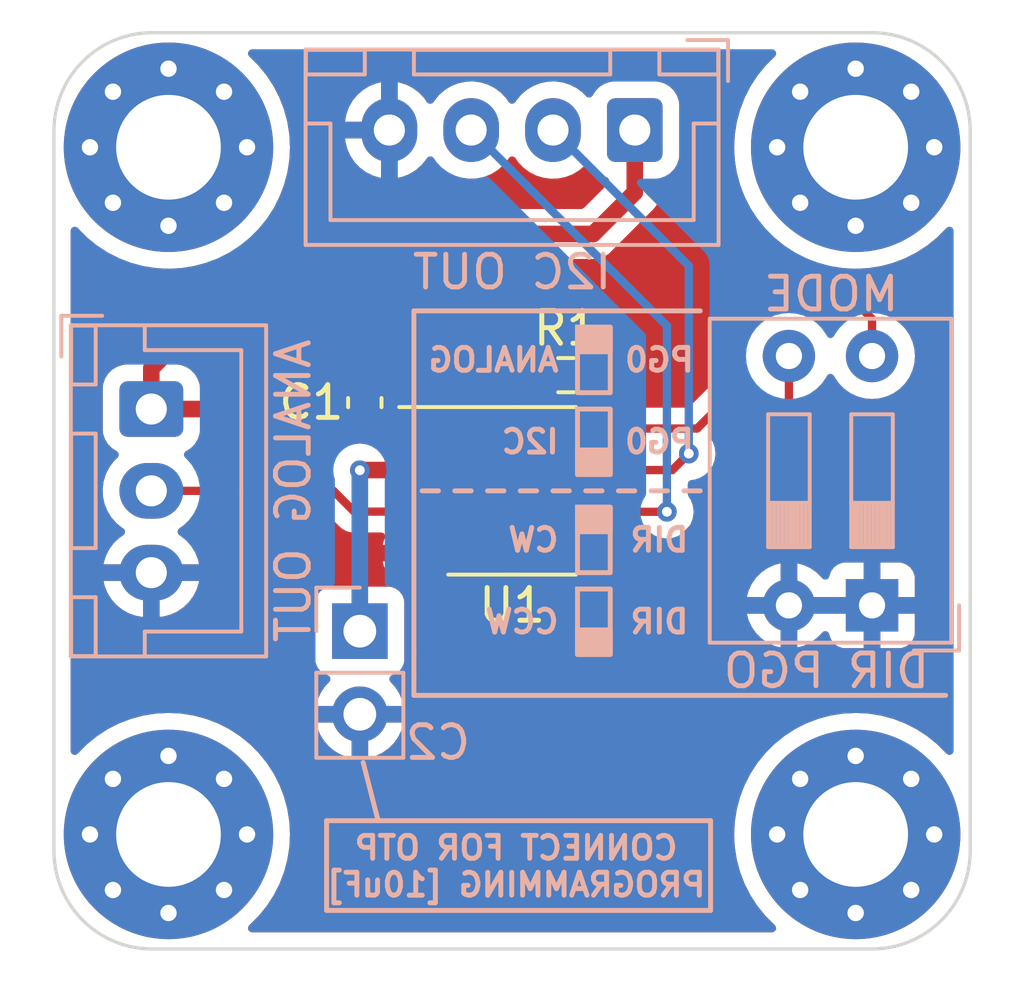
<source format=kicad_pcb>
(kicad_pcb (version 20211014) (generator pcbnew)
  (title_block (title "Scheda encoder AS5600") (date "2023-03-29") (rev "1.0") (comment 1 "Filippo Castellan"))
  (layers (0 "F.Cu" signal) (31 "B.Cu" signal) (34 "B.Paste" user) (35 "F.Paste" user) (36 "B.SilkS" user "B.Silkscreen") (37 "F.SilkS" user "F.Silkscreen") (38 "B.Mask" user) (39 "F.Mask" user) (44 "Edge.Cuts" user))
  (net 0 "")
  (net 1 "+3V3")
  (net 2 "GND")
  (net 3 "/OUT")
  (net 4 "/SCL")
  (net 5 "/SDA")
  (net 6 "/DIR")
  (net 7 "/PGO")
  (footprint "MountingHole:MountingHole_3.2mm_M3_Pad_Via" (layer "F.Cu") (at 134.5 83.5)
    (fp_text reference "H3" hide)
    (fp_text value "MountingHole")
    (pad "1" thru_hole circle (at 0 -2.4) (size 0.8 0.8) (drill 0.5) (layers *.Cu *.Mask))
    (pad "1" thru_hole circle (at -2.4 0) (size 0.8 0.8) (drill 0.5) (layers *.Cu *.Mask))
    (pad "1" thru_hole circle (at 1.697056 -1.697056) (size 0.8 0.8) (drill 0.5) (layers *.Cu *.Mask))
    (pad "1" thru_hole circle (at -1.697056 1.697056) (size 0.8 0.8) (drill 0.5) (layers *.Cu *.Mask))
    (pad "1" thru_hole circle (at 1.697056 1.697056) (size 0.8 0.8) (drill 0.5) (layers *.Cu *.Mask))
    (pad "1" thru_hole circle (at -1.697056 -1.697056) (size 0.8 0.8) (drill 0.5) (layers *.Cu *.Mask))
    (pad "1" thru_hole circle (at 0 2.4) (size 0.8 0.8) (drill 0.5) (layers *.Cu *.Mask))
    (pad "1" thru_hole circle (at 0 0) (size 6.4 6.4) (drill 3.2) (layers *.Cu *.Mask))
    (pad "1" thru_hole circle (at 2.4 0) (size 0.8 0.8) (drill 0.5) (layers *.Cu *.Mask))
  )
  (footprint "MountingHole:MountingHole_3.2mm_M3_Pad_Via" (layer "F.Cu") (at 134.5 104.5)
    (fp_text reference "H4" hide)
    (fp_text value "MountingHole")
    (pad "1" thru_hole circle (at 2.4 0) (size 0.8 0.8) (drill 0.5) (layers *.Cu *.Mask))
    (pad "1" thru_hole circle (at 1.697056 1.697056) (size 0.8 0.8) (drill 0.5) (layers *.Cu *.Mask))
    (pad "1" thru_hole circle (at 0 -2.4) (size 0.8 0.8) (drill 0.5) (layers *.Cu *.Mask))
    (pad "1" thru_hole circle (at -1.697056 -1.697056) (size 0.8 0.8) (drill 0.5) (layers *.Cu *.Mask))
    (pad "1" thru_hole circle (at 0 2.4) (size 0.8 0.8) (drill 0.5) (layers *.Cu *.Mask))
    (pad "1" thru_hole circle (at 0 0) (size 6.4 6.4) (drill 3.2) (layers *.Cu *.Mask))
    (pad "1" thru_hole circle (at -2.4 0) (size 0.8 0.8) (drill 0.5) (layers *.Cu *.Mask))
    (pad "1" thru_hole circle (at 1.697056 -1.697056) (size 0.8 0.8) (drill 0.5) (layers *.Cu *.Mask))
    (pad "1" thru_hole circle (at -1.697056 1.697056) (size 0.8 0.8) (drill 0.5) (layers *.Cu *.Mask))
  )
  (footprint "MountingHole:MountingHole_3.2mm_M3_Pad_Via" (layer "F.Cu") (at 113.5 83.5)
    (fp_text reference "H2" hide)
    (fp_text value "MountingHole")
    (pad "1" thru_hole circle (at -2.4 0) (size 0.8 0.8) (drill 0.5) (layers *.Cu *.Mask))
    (pad "1" thru_hole circle (at 0 0) (size 6.4 6.4) (drill 3.2) (layers *.Cu *.Mask))
    (pad "1" thru_hole circle (at 0 2.4) (size 0.8 0.8) (drill 0.5) (layers *.Cu *.Mask))
    (pad "1" thru_hole circle (at 0 -2.4) (size 0.8 0.8) (drill 0.5) (layers *.Cu *.Mask))
    (pad "1" thru_hole circle (at 1.697056 -1.697056) (size 0.8 0.8) (drill 0.5) (layers *.Cu *.Mask))
    (pad "1" thru_hole circle (at 1.697056 1.697056) (size 0.8 0.8) (drill 0.5) (layers *.Cu *.Mask))
    (pad "1" thru_hole circle (at 2.4 0) (size 0.8 0.8) (drill 0.5) (layers *.Cu *.Mask))
    (pad "1" thru_hole circle (at -1.697056 -1.697056) (size 0.8 0.8) (drill 0.5) (layers *.Cu *.Mask))
    (pad "1" thru_hole circle (at -1.697056 1.697056) (size 0.8 0.8) (drill 0.5) (layers *.Cu *.Mask))
  )
  (footprint "Capacitor_SMD:C_0603_1608Metric" (layer "F.Cu") (at 119.5 91.303 90)
    (fp_text reference "C1" (at 0.003 -1.633 180) (layer "F.SilkS"))
    (fp_text value "100n")
    (fp_line (start -0.14058 0.51) (end 0.14058 0.51) (layer "F.SilkS") (width 0.12))
    (fp_line (start -0.14058 -0.51) (end 0.14058 -0.51) (layer "F.SilkS") (width 0.12))
    (pad "1" smd roundrect (at -0.775 0 90) (size 0.9 0.95) (layers "F.Cu" "F.Paste" "F.Mask") (net 1 "+3V3"))
    (pad "2" smd roundrect (at 0.775 0 90) (size 0.9 0.95) (layers "F.Cu" "F.Paste" "F.Mask") (net 2 "GND"))
  )
  (footprint "Package_SO:SOIC-8_3.9x4.9mm_P1.27mm" (layer "F.Cu") (at 124 94)
    (fp_text reference "U1" (at 0 3.5) (layer "F.SilkS"))
    (fp_text value "magnetic_encoder_AS5600")
    (fp_line (start 0 2.56) (end -1.95 2.56) (layer "F.SilkS") (width 0.12))
    (fp_line (start 0 -2.56) (end -3.45 -2.56) (layer "F.SilkS") (width 0.12))
    (fp_line (start 0 -2.56) (end 1.95 -2.56) (layer "F.SilkS") (width 0.12))
    (fp_line (start 0 2.56) (end 1.95 2.56) (layer "F.SilkS") (width 0.12))
    (pad "1" smd roundrect (at -2.475 -1.905) (size 1.95 0.6) (layers "F.Cu" "F.Paste" "F.Mask") (net 1 "+3V3"))
    (pad "2" smd roundrect (at -2.475 -0.635) (size 1.95 0.6) (layers "F.Cu" "F.Paste" "F.Mask") (net 1 "+3V3"))
    (pad "3" smd roundrect (at -2.475 0.635) (size 1.95 0.6) (layers "F.Cu" "F.Paste" "F.Mask") (net 3 "/OUT"))
    (pad "4" smd roundrect (at -2.475 1.905) (size 1.95 0.6) (layers "F.Cu" "F.Paste" "F.Mask") (net 2 "GND"))
    (pad "5" smd roundrect (at 2.475 1.905) (size 1.95 0.6) (layers "F.Cu" "F.Paste" "F.Mask") (net 7 "/PGO"))
    (pad "6" smd roundrect (at 2.475 0.635) (size 1.95 0.6) (layers "F.Cu" "F.Paste" "F.Mask") (net 5 "/SDA"))
    (pad "7" smd roundrect (at 2.475 -0.635) (size 1.95 0.6) (layers "F.Cu" "F.Paste" "F.Mask") (net 4 "/SCL"))
    (pad "8" smd roundrect (at 2.475 -1.905) (size 1.95 0.6) (layers "F.Cu" "F.Paste" "F.Mask") (net 6 "/DIR"))
  )
  (footprint "Resistor_SMD:R_0603_1608Metric" (layer "F.Cu") (at 125.6464 90.4648)
    (fp_text reference "R1" (at 0 -1.43) (layer "F.SilkS"))
    (fp_text value "10k")
    (fp_line (start -0.237258 0.5225) (end 0.237258 0.5225) (layer "F.SilkS") (width 0.12))
    (fp_line (start -0.237258 -0.5225) (end 0.237258 -0.5225) (layer "F.SilkS") (width 0.12))
    (pad "1" smd roundrect (at -0.825 0) (size 0.8 0.95) (layers "F.Cu" "F.Paste" "F.Mask") (net 1 "+3V3"))
    (pad "2" smd roundrect (at 0.825 0) (size 0.8 0.95) (layers "F.Cu" "F.Paste" "F.Mask") (net 6 "/DIR"))
  )
  (footprint "MountingHole:MountingHole_3.2mm_M3_Pad_Via" (layer "F.Cu") (at 113.5 104.5)
    (fp_text reference "H1" hide)
    (fp_text value "MountingHole")
    (pad "1" thru_hole circle (at 0 2.4) (size 0.8 0.8) (drill 0.5) (layers *.Cu *.Mask))
    (pad "1" thru_hole circle (at -1.697056 1.697056) (size 0.8 0.8) (drill 0.5) (layers *.Cu *.Mask))
    (pad "1" thru_hole circle (at 2.4 0) (size 0.8 0.8) (drill 0.5) (layers *.Cu *.Mask))
    (pad "1" thru_hole circle (at 1.697056 1.697056) (size 0.8 0.8) (drill 0.5) (layers *.Cu *.Mask))
    (pad "1" thru_hole circle (at 0 -2.4) (size 0.8 0.8) (drill 0.5) (layers *.Cu *.Mask))
    (pad "1" thru_hole circle (at 0 0) (size 6.4 6.4) (drill 3.2) (layers *.Cu *.Mask))
    (pad "1" thru_hole circle (at -2.4 0) (size 0.8 0.8) (drill 0.5) (layers *.Cu *.Mask))
    (pad "1" thru_hole circle (at -1.697056 -1.697056) (size 0.8 0.8) (drill 0.5) (layers *.Cu *.Mask))
    (pad "1" thru_hole circle (at 1.697056 -1.697056) (size 0.8 0.8) (drill 0.5) (layers *.Cu *.Mask))
  )
  (footprint "Connector_JST:JST_XH_B4B-XH-A_1x04_P2.50mm_Vertical" (layer "B.Cu") (at 127.75 82.975 180)
    (fp_text reference "J2" hide)
    (fp_text value "I2C OUT")
    (fp_line (start 10.06 2.46) (end -2.56 2.46) (layer "B.SilkS") (width 0.12))
    (fp_line (start -2.85 2.75) (end -2.85 1.5) (layer "B.SilkS") (width 0.12))
    (fp_line (start 10.05 2.45) (end 8.25 2.45) (layer "B.SilkS") (width 0.12))
    (fp_line (start 0.75 1.7) (end 6.75 1.7) (layer "B.SilkS") (width 0.12))
    (fp_line (start 6.75 2.45) (end 0.75 2.45) (layer "B.SilkS") (width 0.12))
    (fp_line (start 10.05 0.2) (end 9.3 0.2) (layer "B.SilkS") (width 0.12))
    (fp_line (start 6.75 1.7) (end 6.75 2.45) (layer "B.SilkS") (width 0.12))
    (fp_line (start -2.56 -3.51) (end 10.06 -3.51) (layer "B.SilkS") (width 0.12))
    (fp_line (start -2.55 0.2) (end -1.8 0.2) (layer "B.SilkS") (width 0.12))
    (fp_line (start -2.55 2.45) (end -2.55 1.7) (layer "B.SilkS") (width 0.12))
    (fp_line (start 10.06 -3.51) (end 10.06 2.46) (layer "B.SilkS") (width 0.12))
    (fp_line (start 9.3 -2.75) (end 3.75 -2.75) (layer "B.SilkS") (width 0.12))
    (fp_line (start -1.8 0.2) (end -1.8 -2.75) (layer "B.SilkS") (width 0.12))
    (fp_line (start -0.75 1.7) (end -0.75 2.45) (layer "B.SilkS") (width 0.12))
    (fp_line (start -0.75 2.45) (end -2.55 2.45) (layer "B.SilkS") (width 0.12))
    (fp_line (start 8.25 2.45) (end 8.25 1.7) (layer "B.SilkS") (width 0.12))
    (fp_line (start -1.6 2.75) (end -2.85 2.75) (layer "B.SilkS") (width 0.12))
    (fp_line (start 9.3 0.2) (end 9.3 -2.75) (layer "B.SilkS") (width 0.12))
    (fp_line (start 8.25 1.7) (end 10.05 1.7) (layer "B.SilkS") (width 0.12))
    (fp_line (start 0.75 2.45) (end 0.75 1.7) (layer "B.SilkS") (width 0.12))
    (fp_line (start -1.8 -2.75) (end 3.75 -2.75) (layer "B.SilkS") (width 0.12))
    (fp_line (start -2.55 1.7) (end -0.75 1.7) (layer "B.SilkS") (width 0.12))
    (fp_line (start -2.56 2.46) (end -2.56 -3.51) (layer "B.SilkS") (width 0.12))
    (fp_line (start 10.05 1.7) (end 10.05 2.45) (layer "B.SilkS") (width 0.12))
    (pad "1" thru_hole roundrect (at 0 0 180) (size 1.7 1.95) (drill 0.95) (layers *.Cu *.Mask) (roundrect_rratio 0.1470588235) (net 1 "+3V3"))
    (pad "2" thru_hole oval (at 2.5 0 180) (size 1.7 1.95) (drill 0.95) (layers *.Cu *.Mask) (net 4 "/SCL"))
    (pad "3" thru_hole oval (at 5 0 180) (size 1.7 1.95) (drill 0.95) (layers *.Cu *.Mask) (net 5 "/SDA"))
    (pad "4" thru_hole oval (at 7.5 0 180) (size 1.7 1.95) (drill 0.95) (layers *.Cu *.Mask) (net 2 "GND"))
  )
  (footprint "Connector_PinSocket_2.54mm:PinSocket_1x02_P2.54mm_Vertical" (layer "B.Cu") (at 119.3472 98.288 180)
    (fp_text reference "C2" (at -2.3876 -3.4036) (layer "B.SilkS") (effects (justify mirror)))
    (fp_text value "10u")
    (fp_line (start -1.33 -1.27) (end -1.33 -3.87) (layer "B.SilkS") (width 0.12))
    (fp_line (start -1.33 -3.87) (end 1.33 -3.87) (layer "B.SilkS") (width 0.12))
    (fp_line (start 1.33 1.33) (end 1.33 0) (layer "B.SilkS") (width 0.12))
    (fp_line (start -1.33 -1.27) (end 1.33 -1.27) (layer "B.SilkS") (width 0.12))
    (fp_line (start 0 1.33) (end 1.33 1.33) (layer "B.SilkS") (width 0.12))
    (fp_line (start 1.33 -1.27) (end 1.33 -3.87) (layer "B.SilkS") (width 0.12))
    (pad "1" thru_hole rect (at 0 0 180) (size 1.7 1.7) (drill 1) (layers *.Cu *.Mask) (net 1 "+3V3"))
    (pad "2" thru_hole oval (at 0 -2.54 180) (size 1.7 1.7) (drill 1) (layers *.Cu *.Mask) (net 2 "GND"))
  )
  (footprint "Connector_JST:JST_XH_B3B-XH-A_1x03_P2.50mm_Vertical" (layer "B.Cu") (at 112.975 91.5 -90)
    (fp_text reference "J1" hide)
    (fp_text value "Analog OUT")
    (fp_line (start 6.8 0.2) (end 6.8 -2.75) (layer "B.SilkS") (width 0.12))
    (fp_line (start 7.56 -3.51) (end 7.56 2.46) (layer "B.SilkS") (width 0.12))
    (fp_line (start 7.55 0.2) (end 6.8 0.2) (layer "B.SilkS") (width 0.12))
    (fp_line (start -1.8 0.2) (end -1.8 -2.75) (layer "B.SilkS") (width 0.12))
    (fp_line (start -2.56 2.46) (end -2.56 -3.51) (layer "B.SilkS") (width 0.12))
    (fp_line (start 7.56 2.46) (end -2.56 2.46) (layer "B.SilkS") (width 0.12))
    (fp_line (start -2.55 0.2) (end -1.8 0.2) (layer "B.SilkS") (width 0.12))
    (fp_line (start 7.55 1.7) (end 7.55 2.45) (layer "B.SilkS") (width 0.12))
    (fp_line (start 0.75 1.7) (end 4.25 1.7) (layer "B.SilkS") (width 0.12))
    (fp_line (start -0.75 1.7) (end -0.75 2.45) (layer "B.SilkS") (width 0.12))
    (fp_line (start -2.55 2.45) (end -2.55 1.7) (layer "B.SilkS") (width 0.12))
    (fp_line (start -0.75 2.45) (end -2.55 2.45) (layer "B.SilkS") (width 0.12))
    (fp_line (start -2.85 2.75) (end -2.85 1.5) (layer "B.SilkS") (width 0.12))
    (fp_line (start -1.8 -2.75) (end 2.5 -2.75) (layer "B.SilkS") (width 0.12))
    (fp_line (start 4.25 1.7) (end 4.25 2.45) (layer "B.SilkS") (width 0.12))
    (fp_line (start 7.55 2.45) (end 5.75 2.45) (layer "B.SilkS") (width 0.12))
    (fp_line (start 6.8 -2.75) (end 2.5 -2.75) (layer "B.SilkS") (width 0.12))
    (fp_line (start -1.6 2.75) (end -2.85 2.75) (layer "B.SilkS") (width 0.12))
    (fp_line (start 0.75 2.45) (end 0.75 1.7) (layer "B.SilkS") (width 0.12))
    (fp_line (start 5.75 2.45) (end 5.75 1.7) (layer "B.SilkS") (width 0.12))
    (fp_line (start -2.55 1.7) (end -0.75 1.7) (layer "B.SilkS") (width 0.12))
    (fp_line (start -2.56 -3.51) (end 7.56 -3.51) (layer "B.SilkS") (width 0.12))
    (fp_line (start 5.75 1.7) (end 7.55 1.7) (layer "B.SilkS") (width 0.12))
    (fp_line (start 4.25 2.45) (end 0.75 2.45) (layer "B.SilkS") (width 0.12))
    (pad "1" thru_hole roundrect (at 0 0 270) (size 1.7 1.95) (drill 0.95) (layers *.Cu *.Mask) (roundrect_rratio 0.1470588235) (net 1 "+3V3"))
    (pad "2" thru_hole oval (at 2.5 0 270) (size 1.7 1.95) (drill 0.95) (layers *.Cu *.Mask) (net 3 "/OUT"))
    (pad "3" thru_hole oval (at 5 0 270) (size 1.7 1.95) (drill 0.95) (layers *.Cu *.Mask) (net 2 "GND"))
  )
  (footprint "Button_Switch_THT:SW_DIP_SPSTx02_Slide_9.78x7.26mm_W7.62mm_P2.54mm" (layer "B.Cu") (at 135 97.5 90)
    (fp_text reference "SW1" hide)
    (fp_text value "mode sel")
    (fp_line (start 5.84 -0.635) (end 5.84 0.635) (layer "B.SilkS") (width 0.12))
    (fp_line (start 1.78 -0.565) (end 3.133333 -0.565) (layer "B.SilkS") (width 0.12))
    (fp_line (start 1.78 -2.385) (end 3.133333 -2.385) (layer "B.SilkS") (width 0.12))
    (fp_line (start 1.78 0.155) (end 3.133333 0.155) (layer "B.SilkS") (width 0.12))
    (fp_line (start 1.78 -2.985) (end 3.133333 -2.985) (layer "B.SilkS") (width 0.12))
    (fp_line (start 5.84 -3.175) (end 5.84 -1.905) (layer "B.SilkS") (width 0.12))
    (fp_line (start 1.78 -2.625) (end 3.133333 -2.625) (layer "B.SilkS") (width 0.12))
    (fp_line (start 5.84 -1.905) (end 1.78 -1.905) (layer "B.SilkS") (width 0.12))
    (fp_line (start 1.78 -1.905) (end 1.78 -3.175) (layer "B.SilkS") (width 0.12))
    (fp_line (start -1.14 -4.96) (end 8.76 -4.96) (layer "B.SilkS") (width 0.12))
    (fp_line (start 1.78 -2.145) (end 3.133333 -2.145) (layer "B.SilkS") (width 0.12))
    (fp_line (start -1.14 2.42) (end -1.14 -4.96) (layer "B.SilkS") (width 0.12))
    (fp_line (start 1.78 -2.745) (end 3.133333 -2.745) (layer "B.SilkS") (width 0.12))
    (fp_line (start 1.78 -0.085) (end 3.133333 -0.085) (layer "B.SilkS") (width 0.12))
    (fp_line (start 1.78 -0.325) (end 3.133333 -0.325) (layer "B.SilkS") (width 0.12))
    (fp_line (start 1.78 -2.265) (end 3.133333 -2.265) (layer "B.SilkS") (width 0.12))
    (fp_line (start 1.78 -2.025) (end 3.133333 -2.025) (layer "B.SilkS") (width 0.12))
    (fp_line (start 1.78 -0.445) (end 3.133333 -0.445) (layer "B.SilkS") (width 0.12))
    (fp_line (start 1.78 0.275) (end 3.133333 0.275) (layer "B.SilkS") (width 0.12))
    (fp_line (start 1.78 -2.865) (end 3.133333 -2.865) (layer "B.SilkS") (width 0.12))
    (fp_line (start 1.78 -2.505) (end 3.133333 -2.505) (layer "B.SilkS") (width 0.12))
    (fp_line (start 1.78 0.635) (end 1.78 -0.635) (layer "B.SilkS") (width 0.12))
    (fp_line (start 1.78 0.515) (end 3.133333 0.515) (layer "B.SilkS") (width 0.12))
    (fp_line (start -1.38 2.66) (end -1.38 1.277) (layer "B.SilkS") (width 0.12))
    (fp_line (start 1.78 -3.175) (end 5.84 -3.175) (layer "B.SilkS") (width 0.12))
    (fp_line (start -1.14 2.42) (end 8.76 2.42) (layer "B.SilkS") (width 0.12))
    (fp_line (start 3.133333 0.635) (end 3.133333 -0.635) (layer "B.SilkS") (width 0.12))
    (fp_line (start 1.78 0.395) (end 3.133333 0.395) (layer "B.SilkS") (width 0.12))
    (fp_line (start 1.78 -3.105) (end 3.133333 -3.105) (layer "B.SilkS") (width 0.12))
    (fp_line (start -1.38 2.66) (end 0.004 2.66) (layer "B.SilkS") (width 0.12))
    (fp_line (start 1.78 -0.635) (end 5.84 -0.635) (layer "B.SilkS") (width 0.12))
    (fp_line (start 1.78 -0.205) (end 3.133333 -0.205) (layer "B.SilkS") (width 0.12))
    (fp_line (start 1.78 0.035) (end 3.133333 0.035) (layer "B.SilkS") (width 0.12))
    (fp_line (start 3.133333 -1.905) (end 3.133333 -3.175) (layer "B.SilkS") (width 0.12))
    (fp_line (start 8.76 2.42) (end 8.76 -4.96) (layer "B.SilkS") (width 0.12))
    (fp_line (start 5.84 0.635) (end 1.78 0.635) (layer "B.SilkS") (width 0.12))
    (pad "1" thru_hole rect (at 0 0 90) (size 1.6 1.6) (drill 0.8) (layers *.Cu *.Mask) (net 2 "GND"))
    (pad "2" thru_hole oval (at 0 -2.54 90) (size 1.6 1.6) (drill 0.8) (layers *.Cu *.Mask) (net 2 "GND"))
    (pad "3" thru_hole oval (at 7.62 -2.54 90) (size 1.6 1.6) (drill 0.8) (layers *.Cu *.Mask) (net 7 "/PGO"))
    (pad "4" thru_hole oval (at 7.62 0 90) (size 1.6 1.6) (drill 0.8) (layers *.Cu *.Mask) (net 6 "/DIR"))
  )
  (gr_rect (start 127 97) (end 126 99) (layer "B.SilkS") (width 0.15) (fill none))
  (gr_line (start 129.25 94) (end 129.75 94) (layer "B.SilkS") (width 0.15))
  (gr_rect (start 126 92.75) (end 127 93.5) (layer "B.SilkS") (width 0.15) (fill solid))
  (gr_line (start 121 99) (end 121 99.75) (layer "B.SilkS") (width 0.15))
  (gr_line (start 123.25 94) (end 123.75 94) (layer "B.SilkS") (width 0.15))
  (gr_line (start 121 88.5) (end 121 99) (layer "B.SilkS") (width 0.15))
  (gr_line (start 130.066 106.8224) (end 118.3312 106.8224) (layer "B.SilkS") (width 0.15))
  (gr_rect (start 127 94.5) (end 126 96.5) (layer "B.SilkS") (width 0.15) (fill none))
  (gr_line (start 119.4488 102.3012) (end 119.906 104.0792) (layer "B.SilkS") (width 0.15))
  (gr_line (start 118.3312 104.0792) (end 130.066 104.0792) (layer "B.SilkS") (width 0.15))
  (gr_line (start 129.75 88.5) (end 121 88.5) (layer "B.SilkS") (width 0.15))
  (gr_line (start 118.3312 106.8224) (end 118.3312 104.0792) (layer "B.SilkS") (width 0.15))
  (gr_line (start 121 100.25) (end 137.25 100.25) (layer "B.SilkS") (width 0.15))
  (gr_rect (start 126 98.25) (end 127 99) (layer "B.SilkS") (width 0.15) (fill solid))
  (gr_rect (start 126 94.5) (end 127 95.25) (layer "B.SilkS") (width 0.15) (fill solid))
  (gr_line (start 127.25 94) (end 127.75 94) (layer "B.SilkS") (width 0.15))
  (gr_line (start 130.066 104.0792) (end 130.066 106.8224) (layer "B.SilkS") (width 0.15))
  (gr_line (start 125.25 94) (end 125.75 94) (layer "B.SilkS") (width 0.15))
  (gr_line (start 121 99.75) (end 121 100.25) (layer "B.SilkS") (width 0.15))
  (gr_rect (start 127 91.5) (end 126 93.5) (layer "B.SilkS") (width 0.15) (fill none))
  (gr_line (start 122.25 94) (end 122.75 94) (layer "B.SilkS") (width 0.15))
  (gr_line (start 124.25 94) (end 124.75 94) (layer "B.SilkS") (width 0.15))
  (gr_line (start 121.25 94) (end 121.75 94) (layer "B.SilkS") (width 0.15))
  (gr_rect (start 126 89) (end 127 89.75) (layer "B.SilkS") (width 0.15) (fill solid))
  (gr_line (start 126.25 94) (end 126.75 94) (layer "B.SilkS") (width 0.15))
  (gr_line (start 128.25 94) (end 128.75 94) (layer "B.SilkS") (width 0.15))
  (gr_rect (start 127 89) (end 126 91) (layer "B.SilkS") (width 0.15) (fill none))
  (gr_arc (start 113 108) (mid 110.87868 107.12132) (end 110 105) (layer "Edge.Cuts") (width 0.1))
  (gr_arc (start 138 105) (mid 137.12132 107.12132) (end 135 108) (layer "Edge.Cuts") (width 0.1))
  (gr_arc (start 110 83) (mid 110.87868 80.87868) (end 113 80) (layer "Edge.Cuts") (width 0.1))
  (gr_line (start 135 80) (end 113 80) (layer "Edge.Cuts") (width 0.1))
  (gr_arc (start 135 80) (mid 137.12132 80.87868) (end 138 83) (layer "Edge.Cuts") (width 0.1))
  (gr_line (start 138 105) (end 138 83) (layer "Edge.Cuts") (width 0.1))
  (gr_line (start 110 83) (end 110 105) (layer "Edge.Cuts") (width 0.1))
  (gr_line (start 113 108) (end 135 108) (layer "Edge.Cuts") (width 0.1))
  (gr_text "CONNECT FOR OTP\nPROGRAMMING [10uF]" (at 124.1224 105.4762) (layer "B.SilkS") (effects (font (size 0.7 0.7)) (justify mirror)))
  (gr_text "MODE" (at 133.753309 87.986546) (layer "B.SilkS") (effects (font (size 1 1)) (justify mirror)))
  (gr_text "ANALOG" (at 125.5 90) (layer "B.SilkS") (effects (font (size 0.7 0.7)) (justify left mirror)))
  (gr_text "CCW" (at 125.5 98) (layer "B.SilkS") (effects (font (size 0.7 0.7)) (justify left mirror)))
  (gr_text "ANALOG OUT" (at 117.3152 94 90) (layer "B.SilkS") (effects (font (size 1 1)) (justify mirror)))
  (gr_text "PG0" (at 128.5 92.5) (layer "B.SilkS") (effects (font (size 0.7 0.7)) (justify mirror)))
  (gr_text "PGO" (at 132 99.5) (layer "B.SilkS") (effects (font (size 1 1)) (justify mirror)))
  (gr_text "I2C" (at 125.5 92.5) (layer "B.SilkS") (effects (font (size 0.7 0.7)) (justify left mirror)))
  (gr_text "DIR" (at 128.5 98) (layer "B.SilkS") (effects (font (size 0.7 0.7)) (justify mirror)))
  (gr_text "I2C OUT" (at 124 87.3152) (layer "B.SilkS") (effects (font (size 1 1)) (justify mirror)))
  (gr_text "CW" (at 125.5 95.5) (layer "B.SilkS") (effects (font (size 0.7 0.7)) (justify left mirror)))
  (gr_text "DIR" (at 128.5 95.5) (layer "B.SilkS") (effects (font (size 0.7 0.7)) (justify mirror)))
  (gr_text "PG0" (at 128.5 90) (layer "B.SilkS") (effects (font (size 0.7 0.7)) (justify mirror)))
  (gr_text "DIR" (at 135.5 99.5) (layer "B.SilkS") (effects (font (size 1 1)) (justify mirror)))
  (segment (start 112.975 90.257) (end 112.975 91.5) (width 0.508) (layer "F.Cu") (net 1))
  (segment (start 112.975 91.5) (end 118.198 91.5) (width 0.508) (layer "F.Cu") (net 1))
  (segment (start 121.525 92.095) (end 119.517 92.095) (width 0.508) (layer "F.Cu") (net 1))
  (segment (start 118.776 92.078) (end 119.5 92.078) (width 0.508) (layer "F.Cu") (net 1))
  (segment (start 122.6492 90.4648) (end 121.525 91.589) (width 0.508) (layer "F.Cu") (net 1))
  (segment (start 127.75 82.975) (end 127.75 84.88) (width 0.508) (layer "F.Cu") (net 1))
  (segment (start 115.75 87.5) (end 115.741 87.491) (width 0.508) (layer "F.Cu") (net 1))
  (segment (start 127.75 82.975) (end 127.78 83.005) (width 0.508) (layer "F.Cu") (net 1))
  (segment (start 127.75 84.88) (end 126.48 86.15) (width 0.508) (layer "F.Cu") (net 1))
  (segment (start 121.525 91.589) (end 121.525 92.095) (width 0.508) (layer "F.Cu") (net 1))
  (segment (start 121.525 93.365) (end 121.525 92.095) (width 0.508) (layer "F.Cu") (net 1))
  (segment (start 118.198 91.5) (end 118.776 92.078) (width 0.508) (layer "F.Cu") (net 1))
  (segment (start 119.3472 93.37) (end 119.3522 93.365) (width 0.508) (layer "F.Cu") (net 1))
  (segment (start 117.082 86.15) (end 115.741 87.491) (width 0.508) (layer "F.Cu") (net 1))
  (segment (start 119.3522 93.365) (end 121.525 93.365) (width 0.508) (layer "F.Cu") (net 1))
  (segment (start 124.8214 90.4648) (end 122.6492 90.4648) (width 0.508) (layer "F.Cu") (net 1))
  (segment (start 119.517 92.095) (end 119.5 92.078) (width 0.508) (layer "F.Cu") (net 1))
  (segment (start 115.741 87.491) (end 112.975 90.257) (width 0.508) (layer "F.Cu") (net 1))
  (segment (start 126.48 86.15) (end 117.082 86.15) (width 0.508) (layer "F.Cu") (net 1))
  (via (at 119.3472 93.37) (size 0.6) (drill 0.3) (layers "F.Cu" "B.Cu") (net 1))
  (segment (start 119.3472 93.37) (end 119.3472 98.288) (width 0.508) (layer "B.Cu") (net 1))
  (segment (start 121.525 94.635) (end 119.174 94.635) (width 0.254) (layer "F.Cu") (net 3))
  (segment (start 118.539 94) (end 112.975 94) (width 0.254) (layer "F.Cu") (net 3))
  (segment (start 119.174 94.635) (end 118.539 94) (width 0.254) (layer "F.Cu") (net 3))
  (segment (start 129.4 92.862) (end 128.897 93.365) (width 0.254) (layer "F.Cu") (net 4))
  (segment (start 127.01 93.4) (end 126.975 93.365) (width 0.254) (layer "F.Cu") (net 4))
  (segment (start 128.897 93.365) (end 126.475 93.365) (width 0.254) (layer "F.Cu") (net 4))
  (segment (start 126.975 93.365) (end 126.475 93.365) (width 0.254) (layer "F.Cu") (net 4))
  (via (at 129.4 92.862) (size 0.6) (drill 0.3) (layers "F.Cu" "B.Cu") (net 4))
  (segment (start 129.4 87.125) (end 125.25 82.975) (width 0.254) (layer "B.Cu") (net 4))
  (segment (start 129.4 92.862) (end 129.4 87.125) (width 0.254) (layer "B.Cu") (net 4))
  (segment (start 126.48 94.64) (end 126.475 94.635) (width 0.254) (layer "F.Cu") (net 5))
  (segment (start 128.731 94.64) (end 126.48 94.64) (width 0.254) (layer "F.Cu") (net 5))
  (via (at 128.731 94.64) (size 0.6) (drill 0.3) (layers "F.Cu" "B.Cu") (net 5))
  (segment (start 128.731 94.64) (end 128.731 88.956) (width 0.254) (layer "B.Cu") (net 5))
  (segment (start 128.731 88.956) (end 122.75 82.975) (width 0.254) (layer "B.Cu") (net 5))
  (segment (start 126.4714 90.4648) (end 126.475 90.4684) (width 0.254) (layer "F.Cu") (net 6))
  (segment (start 130.701 91.049) (end 129.655 92.095) (width 0.254) (layer "F.Cu") (net 6))
  (segment (start 132.352 88.255) (end 131.463 88.255) (width 0.254) (layer "F.Cu") (net 6))
  (segment (start 129.655 92.095) (end 126.475 92.095) (width 0.254) (layer "F.Cu") (net 6))
  (segment (start 134.511 88.255) (end 132.352 88.255) (width 0.254) (layer "F.Cu") (net 6))
  (segment (start 126.475 90.4684) (end 126.475 92.095) (width 0.254) (layer "F.Cu") (net 6))
  (segment (start 130.701 89.017) (end 130.701 91.049) (width 0.254) (layer "F.Cu") (net 6))
  (segment (start 135 88.744) (end 134.511 88.255) (width 0.254) (layer "F.Cu") (net 6))
  (segment (start 135 89.88) (end 135 88.744) (width 0.254) (layer "F.Cu") (net 6))
  (segment (start 131.463 88.255) (end 130.701 89.017) (width 0.254) (layer "F.Cu") (net 6))
  (segment (start 132.352 88.255) (end 132.225 88.255) (width 0.254) (layer "F.Cu") (net 6))
  (segment (start 132.46 92.211) (end 132.46 89.88) (width 0.254) (layer "F.Cu") (net 7))
  (segment (start 126.475 95.905) (end 128.766 95.905) (width 0.254) (layer "F.Cu") (net 7))
  (segment (start 128.766 95.905) (end 132.46 92.211) (width 0.254) (layer "F.Cu") (net 7))
  (zone (net 2) (net_name "GND") (layers F&B.Cu) (connect_pads (clearance 0.508)) (min_thickness 0.254) (fill yes (thermal_gap 0.508) (thermal_bridge_width 0.508))
    (polygon (pts (xy 139 109.5) (xy 109 109.5) (xy 109 79) (xy 139 79)))
  )
  (zone (net 0) (net_name "") (layer "F.Cu") (connect_pads (clearance 0)) (min_thickness 0.254)
    (keepout (tracks allowed) (vias allowed) (pads allowed) (copperpour not_allowed) (footprints allowed))
    (fill (thermal_gap 0.508) (thermal_bridge_width 0.508))
    (polygon (pts (xy 125.2592 91.084) (xy 125.2084 95.7068) (xy 124.9798 95.7068) (xy 124.9798 91.6428) (xy 123.024 91.6428) (xy 123.024 95.656) (xy 122.7192 95.656) (xy 122.7192 91.084)))
  )
)
</source>
